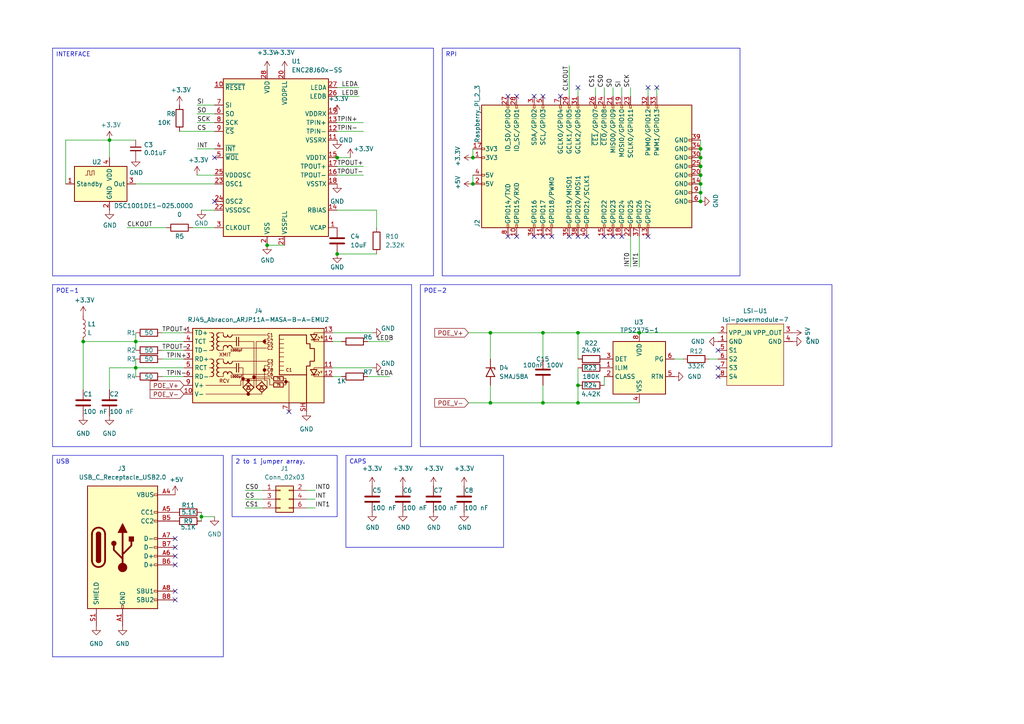
<source format=kicad_sch>
(kicad_sch (version 20231120) (generator "eeschema") (generator_version "8.0")
  (paper "A4")
  (title_block (title "ethernet4pizero-poe-1.0") (company "Lightside Instruments AS"))
  (lib_symbols
    (symbol "Connector:RJ45_Abracon_ARJP11A-MASA-B-A-EMU2"
      (property "Reference" "J" (at 18.415 12.7 0))
      (property "Value" "RJ45_Abracon_ARJP11A-MASA-B-A-EMU2" (at -4.445 12.7 0))
      (symbol "RJ45_Abracon_ARJP11A-MASA-B-A-EMU2_0_0"
        (text "C1" (at 4.699 9.525 0) (effects (font (size 0.889 0.889))))
        (text "C1" (at 10.16 -0.635 0) (effects (font (size 0.889 0.889))))
        (text "C2" (at 4.699 5.715 0) (effects (font (size 0.889 0.889))))
        (text "C3" (at 4.699 1.905 0) (effects (font (size 0.889 0.889))))
        (text "C4" (at 4.699 8.255 0) (effects (font (size 0.889 0.889))))
        (text "C5" (at 4.699 6.985 0) (effects (font (size 0.889 0.889))))
        (text "C6" (at 4.699 -1.905 0) (effects (font (size 0.889 0.889))))
        (text "C7" (at 4.699 0.635 0) (effects (font (size 0.889 0.889))))
        (text "C8" (at 4.699 -0.635 0) (effects (font (size 0.889 0.889))))
        (text "RCV" (at -10.16 -3.81 0) (effects (font (size 1.016 1.016)) (justify left)))
        (text "XMIT" (at -10.16 3.81 0) (effects (font (size 1.016 1.016)) (justify left)))
      )
      (symbol "RJ45_Abracon_ARJP11A-MASA-B-A-EMU2_1_0"
        (text "1000pF" (at -5.08 -2.54 0) (effects (font (size 0.635 0.635))))
        (text "1000pF" (at -5.08 5.08 0) (effects (font (size 0.635 0.635))))
      )
      (symbol "RJ45_Abracon_ARJP11A-MASA-B-A-EMU2_1_1"
        (text "75" (at 7.112 -4.953 0) (effects (font (size 0.635 0.635))))
        (text "75" (at 7.112 -3.175 0) (effects (font (size 0.635 0.635))))
        (text "G" (at 19.685 8.89 0) (effects (font (size 0.635 0.635))))
        (text "Y" (at 19.558 -1.27 0) (effects (font (size 0.635 0.635))))
        (pin passive line (at -20.32 10.16 0) (length 2.54) (name "TD+") (number "1"))
        (pin power_out line (at -20.32 -7.62 0) (length 2.54) (name "V-") (number "10"))
        (pin passive line (at 22.86 0 180) (length 2.54) (name "") (number "11"))
        (pin passive line (at 22.86 -2.54 180) (length 2.54) (name "") (number "12"))
        (pin passive line (at 22.86 10.16 180) (length 2.54) (name "") (number "13"))
        (pin passive line (at 22.86 7.62 180) (length 2.54) (name "") (number "14"))
        (pin passive line (at -20.32 5.08 0) (length 2.54) (name "TD-") (number "2"))
        (pin passive line (at -20.32 2.54 0) (length 2.54) (name "RD+") (number "3"))
        (pin passive line (at -20.32 7.62 0) (length 2.54) (name "TCT") (number "4"))
        (pin passive line (at -20.32 0 0) (length 2.54) (name "RCT") (number "5"))
        (pin passive line (at -20.32 -2.54 0) (length 2.54) (name "RD-") (number "6"))
        (pin power_in line (at 10.16 -12.7 90) (length 2.54) (name "") (number "7"))
        (pin no_connect line (at 20.32 5.08 0) (length 0) hide (name "NC") (number "8"))
        (pin power_out line (at -20.32 -5.08 0) (length 2.54) (name "V+") (number "9"))
        (pin passive line (at 15.24 -12.7 90) (length 2.54) (name "") (number "SH"))
      )
    )
    (symbol "Connector:Raspberry_Pi_2_3" (pin_names (offset 1.016))
      (property "Reference" "J" (at -17.78 31.75 0))
      (property "Value" "Raspberry_Pi_2_3" (at 10.16 -31.75 0))
      (symbol "Raspberry_Pi_2_3_1_1"
        (pin power_in line (at 2.54 33.02 270) (length 2.54) (name "3V3") (number "1"))
        (pin bidirectional line (at -20.32 20.32 0) (length 2.54) (name "GPIO15/RXD") (number "10"))
        (pin bidirectional line (at -20.32 12.7 0) (length 2.54) (name "GPIO17") (number "11"))
        (pin bidirectional line (at -20.32 10.16 0) (length 2.54) (name "GPIO18/PWM0") (number "12"))
        (pin bidirectional line (at -20.32 -17.78 0) (length 2.54) (name "GPIO27") (number "13"))
        (pin power_in line (at -5.08 -33.02 90) (length 2.54) (name "GND") (number "14"))
        (pin bidirectional line (at -20.32 -5.08 0) (length 2.54) (name "GPIO22") (number "15"))
        (pin bidirectional line (at -20.32 -7.62 0) (length 2.54) (name "GPIO23") (number "16"))
        (pin power_in line (at 5.08 33.02 270) (length 2.54) (name "3V3") (number "17"))
        (pin bidirectional line (at -20.32 -10.16 0) (length 2.54) (name "GPIO24") (number "18"))
        (pin bidirectional line (at 20.32 -10.16 180) (length 2.54) (name "MOSI0/GPIO10") (number "19"))
        (pin power_in line (at -5.08 33.02 270) (length 2.54) (name "5V") (number "2"))
        (pin power_in line (at -2.54 -33.02 90) (length 2.54) (name "GND") (number "20"))
        (pin bidirectional line (at 20.32 -7.62 180) (length 2.54) (name "MISO0/GPIO9") (number "21"))
        (pin bidirectional line (at -20.32 -12.7 0) (length 2.54) (name "GPIO25") (number "22"))
        (pin bidirectional line (at 20.32 -12.7 180) (length 2.54) (name "SCLK0/GPIO11") (number "23"))
        (pin bidirectional line (at 20.32 -5.08 180) (length 2.54) (name "~{CE0}/GPIO8") (number "24"))
        (pin power_in line (at 0 -33.02 90) (length 2.54) (name "GND") (number "25"))
        (pin bidirectional line (at 20.32 -2.54 180) (length 2.54) (name "~{CE1}/GPIO7") (number "26"))
        (pin bidirectional line (at 20.32 22.86 180) (length 2.54) (name "ID_SD/GPIO0") (number "27"))
        (pin bidirectional line (at 20.32 20.32 180) (length 2.54) (name "ID_SC/GPIO1") (number "28"))
        (pin bidirectional line (at 20.32 5.08 180) (length 2.54) (name "GCLK1/GPIO5") (number "29"))
        (pin bidirectional line (at 20.32 15.24 180) (length 2.54) (name "SDA/GPIO2") (number "3"))
        (pin power_in line (at 2.54 -33.02 90) (length 2.54) (name "GND") (number "30"))
        (pin bidirectional line (at 20.32 2.54 180) (length 2.54) (name "GCLK2/GPIO6") (number "31"))
        (pin bidirectional line (at 20.32 -17.78 180) (length 2.54) (name "PWM0/GPIO12") (number "32"))
        (pin bidirectional line (at 20.32 -20.32 180) (length 2.54) (name "PWM1/GPIO13") (number "33"))
        (pin power_in line (at 5.08 -33.02 90) (length 2.54) (name "GND") (number "34"))
        (pin bidirectional line (at -20.32 5.08 0) (length 2.54) (name "GPIO19/MISO1") (number "35"))
        (pin bidirectional line (at -20.32 15.24 0) (length 2.54) (name "GPIO16") (number "36"))
        (pin bidirectional line (at -20.32 -15.24 0) (length 2.54) (name "GPIO26") (number "37"))
        (pin bidirectional line (at -20.32 2.54 0) (length 2.54) (name "GPIO20/MOSI1") (number "38"))
        (pin power_in line (at 7.62 -33.02 90) (length 2.54) (name "GND") (number "39"))
        (pin power_in line (at -2.54 33.02 270) (length 2.54) (name "5V") (number "4"))
        (pin bidirectional line (at -20.32 0 0) (length 2.54) (name "GPIO21/SCLK1") (number "40"))
        (pin bidirectional line (at 20.32 12.7 180) (length 2.54) (name "SCL/GPIO3") (number "5"))
        (pin power_in line (at -10.16 -33.02 90) (length 2.54) (name "GND") (number "6"))
        (pin bidirectional line (at 20.32 7.62 180) (length 2.54) (name "GCLK0/GPIO4") (number "7"))
        (pin bidirectional line (at -20.32 22.86 0) (length 2.54) (name "GPIO14/TXD") (number "8"))
        (pin power_in line (at -7.62 -33.02 90) (length 2.54) (name "GND") (number "9"))
      )
    )
    (symbol "Connector:USB_C_Receptacle_USB2.0" (pin_names (offset 1.016))
      (property "Reference" "J" (at -10.16 19.05 0))
      (property "Value" "USB_C_Receptacle_USB2.0" (at 19.05 19.05 0))
      (symbol "USB_C_Receptacle_USB2.0_1_1"
        (pin passive line (at 0 -22.86 90) (length 5.08) (name "GND") (number "A1"))
        (pin passive line (at 0 -22.86 90) (length 5.08) hide (name "GND") (number "A12"))
        (pin passive line (at 15.24 15.24 180) (length 5.08) (name "VBUS") (number "A4"))
        (pin bidirectional line (at 15.24 10.16 180) (length 5.08) (name "CC1") (number "A5"))
        (pin bidirectional line (at 15.24 -2.54 180) (length 5.08) (name "D+") (number "A6"))
        (pin bidirectional line (at 15.24 2.54 180) (length 5.08) (name "D-") (number "A7"))
        (pin bidirectional line (at 15.24 -12.7 180) (length 5.08) (name "SBU1") (number "A8"))
        (pin passive line (at 15.24 15.24 180) (length 5.08) hide (name "VBUS") (number "A9"))
        (pin passive line (at 0 -22.86 90) (length 5.08) hide (name "GND") (number "B1"))
        (pin passive line (at 0 -22.86 90) (length 5.08) hide (name "GND") (number "B12"))
        (pin passive line (at 15.24 15.24 180) (length 5.08) hide (name "VBUS") (number "B4"))
        (pin bidirectional line (at 15.24 7.62 180) (length 5.08) (name "CC2") (number "B5"))
        (pin bidirectional line (at 15.24 -5.08 180) (length 5.08) (name "D+") (number "B6"))
        (pin bidirectional line (at 15.24 0 180) (length 5.08) (name "D-") (number "B7"))
        (pin bidirectional line (at 15.24 -15.24 180) (length 5.08) (name "SBU2") (number "B8"))
        (pin passive line (at 15.24 15.24 180) (length 5.08) hide (name "VBUS") (number "B9"))
        (pin passive line (at -7.62 -22.86 90) (length 5.08) (name "SHIELD") (number "S1"))
      )
    )
    (symbol "Connector_Generic:Conn_02x03_Odd_Even" (pin_names (offset 1.016) hide)
      (property "Reference" "J" (at 1.27 5.08 0))
      (property "Value" "Conn_02x03_Odd_Even" (at 1.27 -5.08 0))
      (symbol "Conn_02x03_Odd_Even_1_1"
        (pin passive line (at -5.08 2.54 0) (length 3.81) (name "Pin_1") (number "1"))
        (pin passive line (at 7.62 2.54 180) (length 3.81) (name "Pin_2") (number "2"))
        (pin passive line (at -5.08 0 0) (length 3.81) (name "Pin_3") (number "3"))
        (pin passive line (at 7.62 0 180) (length 3.81) (name "Pin_4") (number "4"))
        (pin passive line (at -5.08 -2.54 0) (length 3.81) (name "Pin_5") (number "5"))
        (pin passive line (at 7.62 -2.54 180) (length 3.81) (name "Pin_6") (number "6"))
      )
    )
    (symbol "Device:C" (pin_numbers hide) (pin_names (offset 0.254))
      (property "Reference" "C" (at 0.635 2.54 0))
      (property "Value" "C" (at 0.635 -2.54 0))
      (symbol "C_1_1"
        (pin passive line (at 0 3.81 270) (length 2.794) (name "~") (number "1"))
        (pin passive line (at 0 -3.81 90) (length 2.794) (name "~") (number "2"))
      )
    )
    (symbol "Device:C_Small" (pin_numbers hide) (pin_names (offset 0.254) hide)
      (property "Reference" "C" (at 0.254 1.778 0))
      (property "Value" "C_Small" (at 0.254 -2.032 0))
      (symbol "C_Small_1_1"
        (pin passive line (at 0 2.54 270) (length 2.032) (name "~") (number "1"))
        (pin passive line (at 0 -2.54 90) (length 2.032) (name "~") (number "2"))
      )
    )
    (symbol "Device:L" (pin_numbers hide) (pin_names (offset 1.016) hide)
      (property "Reference" "L" (at -1.27 0 90))
      (property "Value" "L" (at 1.905 0 90))
      (symbol "L_1_1"
        (pin passive line (at 0 3.81 270) (length 1.27) (name "1") (number "1"))
        (pin passive line (at 0 -3.81 90) (length 1.27) (name "2") (number "2"))
      )
    )
    (symbol "Device:R" (pin_numbers hide) (pin_names (offset 0))
      (property "Reference" "R" (at 2.032 0 90))
      (property "Value" "R" (at 0 0 90))
      (symbol "R_1_1"
        (pin passive line (at 0 3.81 270) (length 1.27) (name "~") (number "1"))
        (pin passive line (at 0 -3.81 90) (length 1.27) (name "~") (number "2"))
      )
    )
    (symbol "Diode:SMAJ58A" (pin_numbers hide) (pin_names (offset 1.016) hide)
      (property "Reference" "D" (at 0 2.54 0))
      (property "Value" "SMAJ58A" (at 0 -2.54 0))
      (symbol "SMAJ58A_1_1"
        (pin passive line (at -3.81 0 0) (length 2.54) (name "A1") (number "1"))
        (pin passive line (at 3.81 0 180) (length 2.54) (name "A2") (number "2"))
      )
    )
    (symbol "GND_1" (power) (pin_numbers hide) (pin_names (offset 0) hide)
      (property "Value" "GND" (at 0 -3.81 0))
      (symbol "GND_1_1_1"
        (pin power_in line (at 0 0 270) (length 0) (name "~") (number "1"))
      )
    )
    (symbol "Interface_Ethernet:ENC28J60x-SS"
      (property "Reference" "U" (at -13.97 24.13 0))
      (property "Value" "ENC28J60x-SS" (at 5.08 24.13 0))
      (symbol "ENC28J60x-SS_1_1"
        (pin input line (at 17.78 -20.32 180) (length 2.54) (name "VCAP") (number "1"))
        (pin input line (at -17.78 20.32 0) (length 2.54) (name "~{RESET}") (number "10"))
        (pin power_in line (at 17.78 5.08 180) (length 2.54) (name "VSSRX") (number "11"))
        (pin input line (at 17.78 7.62 180) (length 2.54) (name "TPIN-") (number "12"))
        (pin input line (at 17.78 10.16 180) (length 2.54) (name "TPIN+") (number "13"))
        (pin input line (at 17.78 -15.24 180) (length 2.54) (name "RBIAS") (number "14"))
        (pin power_in line (at 17.78 0 180) (length 2.54) (name "VDDTX") (number "15"))
        (pin output line (at 17.78 -5.08 180) (length 2.54) (name "TPOUT-") (number "16"))
        (pin output line (at 17.78 -2.54 180) (length 2.54) (name "TPOUT+") (number "17"))
        (pin power_in line (at 17.78 -7.62 180) (length 2.54) (name "VSSTX") (number "18"))
        (pin power_in line (at 17.78 12.7 180) (length 2.54) (name "VDDRX") (number "19"))
        (pin power_in line (at -2.54 -25.4 90) (length 2.54) (name "VSS") (number "2"))
        (pin power_in line (at 2.54 25.4 270) (length 2.54) (name "VDDPLL") (number "20"))
        (pin power_in line (at 2.54 -25.4 90) (length 2.54) (name "VSSPLL") (number "21"))
        (pin power_in line (at -17.78 -15.24 0) (length 2.54) (name "VSSOSC") (number "22"))
        (pin input line (at -17.78 -7.62 0) (length 2.54) (name "OSC1") (number "23"))
        (pin input line (at -17.78 -12.7 0) (length 2.54) (name "OSC2") (number "24"))
        (pin power_in line (at -17.78 -5.08 0) (length 2.54) (name "VDDOSC") (number "25"))
        (pin output line (at 17.78 17.78 180) (length 2.54) (name "LEDB") (number "26"))
        (pin output line (at 17.78 20.32 180) (length 2.54) (name "LEDA") (number "27"))
        (pin power_in line (at -2.54 25.4 270) (length 2.54) (name "VDD") (number "28"))
        (pin output line (at -17.78 -20.32 0) (length 2.54) (name "CLKOUT") (number "3"))
        (pin output line (at -17.78 2.54 0) (length 2.54) (name "~{INT}") (number "4"))
        (pin output line (at -17.78 0 0) (length 2.54) (name "~{WOL}") (number "5"))
        (pin output line (at -17.78 12.7 0) (length 2.54) (name "SO") (number "6"))
        (pin input line (at -17.78 15.24 0) (length 2.54) (name "SI") (number "7"))
        (pin input line (at -17.78 10.16 0) (length 2.54) (name "SCK") (number "8"))
        (pin input line (at -17.78 7.62 0) (length 2.54) (name "~{CS}") (number "9"))
      )
    )
    (symbol "Oscillator:ASDMB-xxxMHz"
      (property "Reference" "U" (at -6.35 6.35 0))
      (property "Value" "ASDMB-xxxMHz" (at 11.43 6.35 0))
      (symbol "ASDMB-xxxMHz_1_1"
        (pin input line (at -10.16 0 0) (length 2.54) (name "Standby") (number "1"))
        (pin power_in line (at 2.54 -7.62 90) (length 2.54) (name "GND") (number "2"))
        (pin output line (at 10.16 0 180) (length 2.54) (name "Out") (number "3"))
        (pin power_in line (at 2.54 7.62 270) (length 2.54) (name "VDD") (number "4"))
      )
    )
    (symbol "Regulator_Controller:TPS2375-1"
      (property "Reference" "U" (at 2.54 -8.89 0))
      (property "Value" "TPS2375-1" (at 7.62 -11.43 0))
      (symbol "TPS2375-1_1_1"
        (pin passive line (at -10.16 0 0) (length 2.54) (name "ILIM") (number "1"))
        (pin passive line (at -10.16 -2.54 0) (length 2.54) (name "CLASS") (number "2"))
        (pin passive line (at -10.16 2.54 0) (length 2.54) (name "DET") (number "3"))
        (pin power_in line (at 0 -10.16 90) (length 2.54) (name "VSS") (number "4"))
        (pin power_out line (at 10.16 -2.54 180) (length 2.54) (name "RTN") (number "5"))
        (pin open_collector line (at 10.16 2.54 180) (length 2.54) (name "PG") (number "6"))
        (pin no_connect line (at 7.62 0 180) (length 2.54) hide (name "NC") (number "7"))
        (pin power_in line (at 0 10.16 270) (length 2.54) (name "VDD") (number "8"))
      )
    )
    (symbol "lsi:lsi-powermodule-7"
      (property "Reference" "LSI-U" (at 0 2.032 0))
      (property "Value" "lsi-powermodule-7" (at 0 0 0))
      (symbol "lsi-powermodule-7_1_1"
        (pin input line (at -10.16 -6.35 0) (length 2.54) (name "GND") (number "1"))
        (pin input line (at -10.16 -3.81 0) (length 2.54) (name "VPP_IN") (number "2"))
        (pin output line (at 11.43 -3.81 180) (length 2.54) (name "VPP_OUT") (number "3"))
        (pin output line (at 11.43 -6.35 180) (length 2.54) (name "GND") (number "4"))
        (pin input line (at -10.16 -8.89 0) (length 2.54) (name "S1") (number "5"))
        (pin input line (at -10.16 -11.43 0) (length 2.54) (name "S2") (number "6"))
        (pin input line (at -10.16 -13.97 0) (length 2.54) (name "S3") (number "7"))
        (pin input line (at -10.16 -16.51 0) (length 2.54) (name "S4") (number "8"))
      )
    )
    (symbol "power:+3.3V" (power) (pin_names (offset 0))
      (property "Value" "+3.3V" (at 0 3.556 0))
      (symbol "+3.3V_1_1"
        (pin power_in line (at 0 0 90) (length 0) hide (name "+3.3V") (number "1"))
      )
    )
    (symbol "power:+5V" (power) (pin_names (offset 0))
      (property "Value" "+5V" (at 0 3.556 0))
      (symbol "+5V_1_1"
        (pin power_in line (at 0 0 90) (length 0) hide (name "+5V") (number "1"))
      )
    )
    (symbol "power:GND" (power) (pin_names (offset 0))
      (property "Value" "GND" (at 0 -3.81 0))
      (symbol "GND_1_1"
        (pin power_in line (at 0 0 270) (length 0) hide (name "GND") (number "1"))
      )
    )
  )
  (junction (at 39.37 99.06))
  (junction (at 203.2 55.88))
  (junction (at 24.13 99.06))
  (junction (at 137.16 53.34))
  (junction (at 203.2 58.42))
  (junction (at 185.42 96.52))
  (junction (at 97.79 45.72))
  (junction (at 167.64 96.52))
  (junction (at 203.2 50.8))
  (junction (at 203.2 45.72))
  (junction (at 203.2 48.26))
  (junction (at 167.64 116.84))
  (junction (at 97.79 73.66))
  (junction (at 167.64 111.76))
  (junction (at 142.24 116.84))
  (junction (at 203.2 53.34))
  (junction (at 77.47 71.12))
  (junction (at 137.16 45.72))
  (junction (at 157.48 96.52))
  (junction (at 39.37 106.68))
  (junction (at 58.42 149.86))
  (junction (at 31.75 40.64))
  (junction (at 203.2 43.18))
  (junction (at 157.48 116.84))
  (junction (at 142.24 96.52))
  (no_connect (at 157.48 68.58))
  (no_connect (at 175.26 68.58))
  (no_connect (at 83.82 119.38))
  (no_connect (at 149.86 68.58))
  (no_connect (at 165.1 68.58))
  (no_connect (at 147.32 68.58))
  (no_connect (at 167.64 25.4))
  (no_connect (at 50.8 173.99))
  (no_connect (at 208.28 101.6))
  (no_connect (at 160.02 68.58))
  (no_connect (at 208.28 109.22))
  (no_connect (at 50.8 163.83))
  (no_connect (at 187.96 25.4))
  (no_connect (at 187.96 68.58))
  (no_connect (at 50.8 171.45))
  (no_connect (at 177.8 68.58))
  (no_connect (at 162.56 27.94))
  (no_connect (at 147.32 27.94))
  (no_connect (at 190.5 25.4))
  (no_connect (at 167.64 68.58))
  (no_connect (at 149.86 27.94))
  (no_connect (at 170.18 68.58))
  (no_connect (at 208.28 106.68))
  (no_connect (at 62.23 45.72))
  (no_connect (at 180.34 68.58))
  (no_connect (at 157.48 27.94))
  (no_connect (at 62.23 58.42))
  (no_connect (at 50.8 161.29))
  (no_connect (at 154.94 68.58))
  (no_connect (at 50.8 158.75))
  (no_connect (at 154.94 27.94))
  (no_connect (at 50.8 156.21))
  (wire (pts (xy 58.42 149.86) (xy 62.23 149.86)))
  (wire (pts (xy 137.16 43.18) (xy 137.16 45.72)))
  (wire (pts (xy 96.52 109.22) (xy 99.06 109.22)))
  (wire (pts (xy 31.75 40.64) (xy 39.37 40.64)))
  (wire (pts (xy 71.12 144.78) (xy 76.2 144.78)))
  (wire (pts (xy 39.37 53.34) (xy 62.23 53.34)))
  (wire (pts (xy 203.2 50.8) (xy 203.2 53.34)))
  (wire (pts (xy 39.37 99.06) (xy 53.34 99.06)))
  (wire (pts (xy 71.12 147.32) (xy 76.2 147.32)))
  (wire (pts (xy 203.2 53.34) (xy 203.2 55.88)))
  (wire (pts (xy 142.24 96.52) (xy 157.48 96.52)))
  (wire (pts (xy 205.74 104.14) (xy 208.28 104.14)))
  (wire (pts (xy 36.83 66.04) (xy 48.26 66.04)))
  (wire (pts (xy 96.52 106.68) (xy 107.95 106.68)))
  (wire (pts (xy 39.37 96.52) (xy 39.37 99.06)))
  (wire (pts (xy 97.79 35.56) (xy 105.41 35.56)))
  (wire (pts (xy 58.42 60.96) (xy 62.23 60.96)))
  (wire (pts (xy 157.48 116.84) (xy 167.64 116.84)))
  (wire (pts (xy 97.79 60.96) (xy 109.22 60.96)))
  (wire (pts (xy 185.42 77.47) (xy 185.42 68.58)))
  (wire (pts (xy 39.37 106.68) (xy 53.34 106.68)))
  (wire (pts (xy 57.15 33.02) (xy 62.23 33.02)))
  (wire (pts (xy 185.42 96.52) (xy 208.28 96.52)))
  (wire (pts (xy 88.9 147.32) (xy 91.44 147.32)))
  (wire (pts (xy 157.48 96.52) (xy 167.64 96.52)))
  (wire (pts (xy 57.15 43.18) (xy 62.23 43.18)))
  (wire (pts (xy 88.9 142.24) (xy 91.44 142.24)))
  (wire (pts (xy 46.99 101.6) (xy 53.34 101.6)))
  (wire (pts (xy 57.15 30.48) (xy 62.23 30.48)))
  (wire (pts (xy 203.2 48.26) (xy 203.2 50.8)))
  (wire (pts (xy 46.99 104.14) (xy 53.34 104.14)))
  (wire (pts (xy 31.75 40.64) (xy 19.05 40.64)))
  (wire (pts (xy 58.42 149.86) (xy 58.42 151.13)))
  (wire (pts (xy 203.2 45.72) (xy 203.2 48.26)))
  (wire (pts (xy 109.22 60.96) (xy 109.22 66.04)))
  (wire (pts (xy 97.79 73.66) (xy 109.22 73.66)))
  (wire (pts (xy 31.75 45.72) (xy 31.75 40.64)))
  (wire (pts (xy 165.1 19.05) (xy 165.1 27.94)))
  (wire (pts (xy 106.68 109.22) (xy 113.03 109.22)))
  (wire (pts (xy 97.79 50.8) (xy 105.41 50.8)))
  (wire (pts (xy 182.88 25.4) (xy 182.88 27.94)))
  (wire (pts (xy 142.24 116.84) (xy 157.48 116.84)))
  (wire (pts (xy 182.88 77.47) (xy 182.88 68.58)))
  (wire (pts (xy 157.48 116.84) (xy 157.48 111.76)))
  (wire (pts (xy 167.64 25.4) (xy 167.64 27.94)))
  (wire (pts (xy 172.72 27.94) (xy 172.72 25.4)))
  (wire (pts (xy 203.2 55.88) (xy 203.2 58.42)))
  (wire (pts (xy 96.52 96.52) (xy 107.95 96.52)))
  (wire (pts (xy 97.79 25.4) (xy 104.14 25.4)))
  (wire (pts (xy 97.79 48.26) (xy 105.41 48.26)))
  (wire (pts (xy 58.42 148.59) (xy 58.42 149.86)))
  (wire (pts (xy 167.64 106.68) (xy 167.64 111.76)))
  (wire (pts (xy 97.79 45.72) (xy 101.6 45.72)))
  (wire (pts (xy 167.64 96.52) (xy 185.42 96.52)))
  (wire (pts (xy 31.75 106.68) (xy 31.75 113.03)))
  (wire (pts (xy 142.24 96.52) (xy 142.24 104.14)))
  (wire (pts (xy 167.64 116.84) (xy 167.64 111.76)))
  (wire (pts (xy 96.52 99.06) (xy 99.06 99.06)))
  (wire (pts (xy 203.2 40.64) (xy 203.2 43.18)))
  (wire (pts (xy 190.5 25.4) (xy 190.5 27.94)))
  (wire (pts (xy 97.79 27.94) (xy 104.14 27.94)))
  (wire (pts (xy 97.79 38.1) (xy 105.41 38.1)))
  (wire (pts (xy 55.88 66.04) (xy 62.23 66.04)))
  (wire (pts (xy 180.34 25.4) (xy 180.34 27.94)))
  (wire (pts (xy 187.96 25.4) (xy 187.96 27.94)))
  (wire (pts (xy 175.26 27.94) (xy 175.26 25.4)))
  (wire (pts (xy 52.07 38.1) (xy 62.23 38.1)))
  (wire (pts (xy 137.16 50.8) (xy 137.16 53.34)))
  (wire (pts (xy 46.99 96.52) (xy 53.34 96.52)))
  (wire (pts (xy 39.37 106.68) (xy 39.37 109.22)))
  (wire (pts (xy 39.37 104.14) (xy 39.37 106.68)))
  (wire (pts (xy 77.47 71.12) (xy 82.55 71.12)))
  (wire (pts (xy 39.37 99.06) (xy 39.37 101.6)))
  (wire (pts (xy 106.68 99.06) (xy 113.03 99.06)))
  (wire (pts (xy 142.24 96.52) (xy 135.89 96.52)))
  (wire (pts (xy 203.2 43.18) (xy 203.2 45.72)))
  (wire (pts (xy 175.26 109.22) (xy 175.26 111.76)))
  (wire (pts (xy 195.58 104.14) (xy 198.12 104.14)))
  (wire (pts (xy 135.89 116.84) (xy 142.24 116.84)))
  (wire (pts (xy 177.8 25.4) (xy 177.8 27.94)))
  (wire (pts (xy 71.12 142.24) (xy 76.2 142.24)))
  (wire (pts (xy 167.64 116.84) (xy 185.42 116.84)))
  (wire (pts (xy 57.15 50.8) (xy 62.23 50.8)))
  (wire (pts (xy 24.13 99.06) (xy 39.37 99.06)))
  (wire (pts (xy 96.52 45.72) (xy 97.79 45.72)))
  (wire (pts (xy 57.15 35.56) (xy 62.23 35.56)))
  (wire (pts (xy 31.75 106.68) (xy 39.37 106.68)))
  (wire (pts (xy 19.05 40.64) (xy 19.05 53.34)))
  (wire (pts (xy 24.13 99.06) (xy 24.13 113.03)))
  (wire (pts (xy 157.48 96.52) (xy 157.48 104.14)))
  (wire (pts (xy 88.9 144.78) (xy 91.44 144.78)))
  (wire (pts (xy 167.64 96.52) (xy 167.64 104.14)))
  (wire (pts (xy 46.99 109.22) (xy 53.34 109.22)))
  (wire (pts (xy 142.24 111.76) (xy 142.24 116.84)))
  (text_box "INTERFACE" (at 15.24 13.97 0) (size 110.49 66.04) (effects (font (size 1.27 1.27)) (justify left top)))
  (text_box "RPI" (at 128.27 13.97 0) (size 86.36 66.04) (effects (font (size 1.27 1.27)) (justify left top)))
  (text_box "POE-2" (at 121.92 82.55 0) (size 119.38 46.99) (effects (font (size 1.27 1.27)) (justify left top)))
  (text_box "CAPS" (at 100.33 132.08 0) (size 45.72 26.67) (effects (font (size 1.27 1.27)) (justify left top)))
  (text_box "POE-1" (at 15.24 82.55 0) (size 104.14 46.99) (effects (font (size 1.27 1.27)) (justify left top)))
  (text_box "USB" (at 15.24 132.08 0) (size 49.53 58.42) (effects (font (size 1.27 1.27)) (justify left top)))
  (text_box "2 to 1 jumper array." (at 67.31 132.08 0) (size 30.48 17.78) (effects (font (size 1.27 1.27)) (justify left top)))
  (label "TPOUT-" (at 46.99 101.6 0))
  (label "LEDA" (at 99.06 25.4 0))
  (label "TPOUT+" (at 97.79 48.26 0))
  (label "CS0" (at 175.26 25.4 90))
  (label "SI" (at 57.15 30.48 0))
  (label "LEDA" (at 109.22 109.22 0))
  (label "INT1" (at 185.42 77.47 90))
  (label "LEDB" (at 99.06 27.94 0))
  (label "LEDB" (at 109.22 99.06 0))
  (label "TPIN+" (at 48.26 104.14 0))
  (label "SO" (at 177.8 25.4 90))
  (label "TPIN-" (at 97.79 38.1 0))
  (label "CS0" (at 71.12 142.24 0))
  (label "INT0" (at 91.44 142.24 0))
  (label "SCK" (at 57.15 35.56 0))
  (label "TPOUT-" (at 97.79 50.8 0))
  (label "CLKOUT" (at 36.83 66.04 0))
  (label "SCK" (at 182.88 25.4 90))
  (label "INT" (at 91.44 144.78 0))
  (label "TPIN-" (at 48.26 109.22 0))
  (label "INT0" (at 182.88 77.47 90))
  (label "CS" (at 57.15 38.1 0))
  (label "CS" (at 71.12 144.78 0))
  (label "INT1" (at 91.44 147.32 0))
  (label "SI" (at 180.34 25.4 90))
  (label "SO" (at 57.15 33.02 0))
  (label "TPOUT+" (at 46.99 96.52 0))
  (label "TPIN+" (at 97.79 35.56 0))
  (label "INT" (at 57.15 43.18 0))
  (label "CS1" (at 71.12 147.32 0))
  (label "CLKOUT" (at 165.1 19.05 270))
  (label "CS1" (at 172.72 25.4 90))
  (global_label "POE_V-" (shape input) (at 135.89 116.84 180) (property "Intersheetrefs" "${INTERSHEET_REFS}" (effects (hide yes))))
  (global_label "POE_V+" (shape input) (at 135.89 96.52 180) (property "Intersheetrefs" "${INTERSHEET_REFS}" (effects (hide yes))))
  (global_label "POE_V+" (shape input) (at 53.34 111.76 180) (property "Intersheetrefs" "${INTERSHEET_REFS}" (effects (hide yes))))
  (global_label "POE_V-" (shape input) (at 53.34 114.3 180) (property "Intersheetrefs" "${INTERSHEET_REFS}" (effects (hide yes))))
  (symbol (lib_id "power:+3.3V") (at 137.16 45.72 90) (unit 1)
    (property "Reference" "#PWR0133" (effects (hide yes)))
    (property "Value" "+3.3V" (at 132.7658 45.339 0))
  )
  (symbol (lib_id "Connector:Raspberry_Pi_2_3") (at 170.18 48.26 90) (unit 1)
    (property "Reference" "J2" (at 138.43 64.77 0))
    (property "Value" "Raspberry_Pi_2_3" (at 138.43 33.02 0))
    (property "Footprint" "ice4pi:PinSocket_2x20_P2.54mm_Vertical_1_04mm" (effects (hide yes)))
    (property "Datasheet" "https://www.raspberrypi.org/documentation/hardware/raspberrypi/schematics/rpi_SCH_3bplus_1p0_reduced.pdf" (effects (hide yes)))
    (property "PN" "SSW-120-01-T-D-006" (effects (hide yes)))
  )
  (symbol (lib_id "power:+5V") (at 137.16 53.34 90) (unit 1)
    (property "Reference" "#PWR0137" (effects (hide yes)))
    (property "Value" "+5V" (at 132.7658 52.959 0))
  )
  (symbol (lib_id "power:GND") (at 203.2 58.42 90) (unit 1)
    (property "Reference" "#PWR0142" (effects (hide yes)))
    (property "Value" "GND" (at 207.5942 58.293 0))
  )
  (symbol (lib_id "Device:C") (at 116.84 144.78 0) (unit 1)
    (property "Reference" "C6" (at 116.84 142.24 0) (effects (justify left)))
    (property "Value" "100 nF" (at 116.84 147.32 0) (effects (justify left)))
    (property "Footprint" "Capacitor_SMD:C_0402_1005Metric" (effects (hide yes)))
  )
  (symbol (lib_id "Device:C") (at 125.73 144.78 0) (unit 1)
    (property "Reference" "C7" (at 125.73 142.24 0) (effects (justify left)))
    (property "Value" "100 nF" (at 125.73 147.32 0) (effects (justify left)))
    (property "Footprint" "Capacitor_SMD:C_0402_1005Metric" (effects (hide yes)))
  )
  (symbol (lib_id "power:GND") (at 125.73 148.59 0) (unit 1)
    (property "Reference" "#PWR0156" (effects (hide yes)))
    (property "Value" "GND" (at 125.857 152.9842 0))
  )
  (symbol (lib_id "power:GND") (at 116.84 148.59 0) (unit 1)
    (property "Reference" "#PWR0157" (effects (hide yes)))
    (property "Value" "GND" (at 116.967 152.9842 0))
  )
  (symbol (lib_id "Device:C") (at 107.95 144.78 0) (unit 1)
    (property "Reference" "C5" (at 107.95 142.24 0) (effects (justify left)))
    (property "Value" "100 nF" (at 107.95 147.32 0) (effects (justify left)))
    (property "Footprint" "Capacitor_SMD:C_0402_1005Metric" (effects (hide yes)))
  )
  (symbol (lib_id "power:GND") (at 107.95 148.59 0) (unit 1)
    (property "Reference" "#PWR0161" (effects (hide yes)))
    (property "Value" "GND" (at 108.077 152.9842 0))
  )
  (symbol (lib_id "Device:C") (at 157.48 107.95 0) (unit 1)
    (property "Reference" "C15" (at 155.448 104.14 0) (effects (justify left)))
    (property "Value" "100nF 100V" (at 151.638 105.918 0) (effects (justify left)))
    (property "Footprint" "Capacitor_SMD:C_0402_1005Metric" (effects (hide yes)))
    (property "Description" "Unpolarized capacitor" (effects (hide yes)))
  )
  (symbol (lib_id "Device:R") (at 102.87 109.22 270) (unit 1)
    (property "Reference" "R7" (at 106.68 107.95 90))
    (property "Value" "1K" (at 99.06 110.49 90))
    (property "Footprint" "Resistor_SMD:R_0402_1005Metric" (effects (hide yes)))
  )
  (symbol (lib_id "Device:R") (at 102.87 99.06 270) (unit 1)
    (property "Reference" "R6" (at 106.68 97.79 90))
    (property "Value" "1K" (effects (hide yes)))
    (property "Footprint" "Resistor_SMD:R_0402_1005Metric" (effects (hide yes)))
  )
  (symbol (lib_id "Device:R") (at 54.61 148.59 90) (unit 1)
    (property "Reference" "R11" (at 54.61 146.558 90))
    (property "Value" "5.1K" (at 54.864 148.59 90))
    (property "Footprint" "Resistor_SMD:R_0402_1005Metric" (effects (hide yes)))
  )
  (symbol (lib_id "power:+3.3V") (at 24.13 91.44 0) (unit 1)
    (property "Reference" "#PWR02" (effects (hide yes)))
    (property "Value" "+3.3V" (at 24.511 87.0458 0))
  )
  (symbol (lib_id "power:GND") (at 229.87 99.06 90) (unit 1)
    (property "Reference" "#PWR08" (effects (hide yes)))
    (property "Value" "GND" (at 233.68 99.0599 90) (effects (justify right)))
  )
  (symbol (lib_id "Device:R") (at 54.61 151.13 90) (unit 1)
    (property "Reference" "R9" (at 54.61 151.13 90))
    (property "Value" "5.1K" (at 54.61 152.908 90))
    (property "Footprint" "Resistor_SMD:R_0402_1005Metric" (effects (hide yes)))
  )
  (symbol (lib_id "Device:C") (at 24.13 116.84 0) (unit 1)
    (property "Reference" "C1" (at 24.13 114.3 0) (effects (justify left)))
    (property "Value" "100 nF" (at 24.13 119.38 0) (effects (justify left)))
    (property "Footprint" "Capacitor_SMD:C_0402_1005Metric" (effects (hide yes)))
  )
  (symbol (lib_id "Device:R") (at 52.07 34.29 0) (unit 1)
    (property "Reference" "R8" (at 48.26 33.02 0) (effects (justify left)))
    (property "Value" "10K" (at 45.72 35.56 0) (effects (justify left)))
    (property "Footprint" "Capacitor_SMD:C_0402_1005Metric" (effects (hide yes)))
  )
  (symbol (lib_id "power:+3.3V") (at 82.55 20.32 0) (unit 1)
    (property "Reference" "#PWR0132" (effects (hide yes)))
    (property "Value" "+3.3V" (at 82.55 15.24 0))
  )
  (symbol (lib_id "power:GND") (at 35.56 181.61 0) (unit 1)
    (property "Reference" "#PWR0102" (effects (hide yes)))
    (property "Value" "GND" (at 35.56 186.69 0))
  )
  (symbol (lib_id "power:GND") (at 24.13 120.65 0) (unit 1)
    (property "Reference" "#PWR03" (effects (hide yes)))
    (property "Value" "GND" (at 24.13 125.73 0))
  )
  (symbol (lib_id "power:+3.3V") (at 107.95 140.97 0) (unit 1)
    (property "Reference" "#PWR0103" (effects (hide yes)))
    (property "Value" "+3.3V" (at 107.95 135.89 0))
  )
  (symbol (lib_id "Connector_Generic:Conn_02x03_Odd_Even") (at 81.28 144.78 0) (unit 1)
    (property "Reference" "J1" (at 82.55 135.89 0))
    (property "Value" "Conn_02x03" (at 82.55 138.43 0))
    (property "Footprint" "Connector_PinHeader_2.54mm:PinHeader_2x03_P2.54mm_Vertical" (effects (hide yes)))
  )
  (symbol (lib_id "power:+5V") (at 229.87 96.52 270) (unit 1)
    (property "Reference" "#PWR07" (effects (hide yes)))
    (property "Value" "+5V" (at 234.2642 96.901 0))
  )
  (symbol (lib_id "Interface_Ethernet:ENC28J60x-SS") (at 80.01 45.72 0) (unit 1)
    (property "Reference" "U1" (at 84.5694 17.78 0) (effects (justify left)))
    (property "Value" "ENC28J60x-SS" (at 84.5694 20.32 0) (effects (justify left)))
    (property "Footprint" "Package_SO:SSOP-28_5.3x10.2mm_P0.65mm" (effects (hide yes)))
    (property "Datasheet" "http://ww1.microchip.com/downloads/en/devicedoc/39662e.pdf" (effects (hide yes)))
    (property "PN" "ENC28J60x-SS" (effects (hide yes)))
  )
  (symbol (lib_id "Device:C_Small") (at 39.37 43.18 0) (unit 1)
    (property "Reference" "C3" (at 41.7068 42.0116 0) (effects (justify left)))
    (property "Value" "0.01uF" (at 41.7068 44.323 0) (effects (justify left)))
    (property "Footprint" "Capacitor_SMD:C_0402_1005Metric" (effects (hide yes)))
    (property "PN" "885012205012" (effects (hide yes)))
  )
  (symbol (lib_id "Device:C") (at 31.75 116.84 0) (unit 1)
    (property "Reference" "C2" (at 31.75 114.3 0) (effects (justify left)))
    (property "Value" "100 nF" (at 31.75 119.38 0) (effects (justify left)))
    (property "Footprint" "Capacitor_SMD:C_0402_1005Metric" (effects (hide yes)))
  )
  (symbol (lib_id "power:GND") (at 31.75 120.65 0) (unit 1)
    (property "Reference" "#PWR04" (effects (hide yes)))
    (property "Value" "GND" (at 31.75 125.73 0))
  )
  (symbol (lib_id "power:GND") (at 208.28 99.06 270) (unit 1)
    (property "Reference" "#PWR020" (effects (hide yes)))
    (property "Value" "GND" (at 204.47 99.0599 90) (effects (justify right)))
  )
  (symbol (lib_id "power:+3.3V") (at 31.75 40.64 0) (unit 1)
    (property "Reference" "#PWR0126" (effects (hide yes)))
    (property "Value" "+3.3V" (at 32.131 36.2458 0))
  )
  (symbol (lib_id "power:GND") (at 134.62 148.59 0) (unit 1)
    (property "Reference" "#PWR0130" (effects (hide yes)))
    (property "Value" "GND" (at 134.747 152.9842 0))
  )
  (symbol (lib_id "power:GND") (at 97.79 53.34 0) (unit 1)
    (property "Reference" "#PWR0109" (effects (hide yes)))
    (property "Value" "GND" (at 97.79 58.42 0))
  )
  (symbol (lib_id "power:+3.3V") (at 52.07 30.48 0) (unit 1)
    (property "Reference" "#PWR0124" (effects (hide yes)))
    (property "Value" "+3.3V" (at 52.451 26.0858 0))
  )
  (symbol (lib_id "power:+5V") (at 50.8 143.51 0) (unit 1)
    (property "Reference" "#PWR0105" (effects (hide yes)))
    (property "Value" "+5V" (at 51.181 139.1158 0))
  )
  (symbol (lib_id "Device:L") (at 24.13 95.25 0) (unit 1)
    (property "Reference" "L1" (at 25.4 93.9799 0) (effects (justify left)))
    (property "Value" "L" (at 25.4 96.5199 0) (effects (justify left)))
    (property "Footprint" "Inductor_SMD:L_1210_3225Metric" (effects (hide yes)))
    (property "PN" "MI1210K600R-10" (effects (hide yes)))
  )
  (symbol (lib_id "Device:R") (at 171.45 104.14 270) (unit 1)
    (property "Reference" "R22" (at 171.45 99.568 90))
    (property "Value" "24.9K" (at 171.45 101.6 90))
    (property "Footprint" "Resistor_SMD:R_0402_1005Metric" (effects (hide yes)))
  )
  (symbol (lib_id "Diode:SMAJ58A") (at 142.24 107.95 270) (unit 1)
    (property "Reference" "D4" (at 144.78 106.6799 90) (effects (justify left)))
    (property "Value" "SMAJ58A" (at 144.78 109.2199 90) (effects (justify left)))
    (property "Footprint" "Diode_SMD:D_SMA" (effects (hide yes)))
    (property "Datasheet" "https://www.littelfuse.com/media?resourcetype=datasheets&itemid=75e32973-b177-4ee3-a0ff-cedaf1abdb93&filename=smaj-datasheet" (effects (hide yes)))
    (property "Description" "400W unidirectional Transient Voltage Suppressor, 58.0Vr, SMA(DO-214AC)" (effects (hide yes)))
  )
  (symbol (lib_id "power:GND") (at 107.95 96.52 90) (unit 1)
    (property "Reference" "#PWR06" (effects (hide yes)))
    (property "Value" "GND" (at 110.49 95.25 90) (effects (justify right)))
  )
  (symbol (lib_id "power:GND") (at 77.47 71.12 0) (unit 1)
    (property "Reference" "#PWR0107" (effects (hide yes)))
    (property "Value" "GND" (at 77.597 75.5142 0))
  )
  (symbol (lib_id "Device:C") (at 134.62 144.78 0) (unit 1)
    (property "Reference" "C8" (at 134.62 142.24 0) (effects (justify left)))
    (property "Value" "100 nF" (at 134.62 147.32 0) (effects (justify left)))
    (property "Footprint" "Capacitor_SMD:C_0402_1005Metric" (effects (hide yes)))
  )
  (symbol (lib_id "power:+3.3V") (at 97.79 33.02 0) (unit 1)
    (property "Reference" "#PWR0108" (effects (hide yes)))
    (property "Value" "+3.3V" (at 98.171 28.6258 0))
  )
  (symbol (lib_id "power:GND") (at 39.37 45.72 0) (unit 1)
    (property "Reference" "#PWR0123" (effects (hide yes)))
    (property "Value" "GND" (at 39.497 50.1142 0))
  )
  (symbol (lib_id "power:GND") (at 88.9 119.38 0) (unit 1)
    (property "Reference" "#PWR01" (effects (hide yes)))
    (property "Value" "GND" (at 88.9 124.46 0))
  )
  (symbol (lib_id "Device:R") (at 43.18 109.22 90) (unit 1)
    (property "Reference" "R4" (at 38.1 109.22 90))
    (property "Value" "50" (at 43.18 109.22 90))
    (property "Footprint" "Resistor_SMD:R_0402_1005Metric" (effects (hide yes)))
  )
  (symbol (lib_id "Device:R") (at 109.22 69.85 0) (unit 1)
    (property "Reference" "R10" (at 111.76 68.5799 0) (effects (justify left)))
    (property "Value" "2.32K" (at 111.76 71.1199 0) (effects (justify left)))
    (property "Footprint" "Resistor_SMD:R_0402_1005Metric" (effects (hide yes)))
  )
  (symbol (lib_id "power:GND") (at 107.95 106.68 90) (unit 1)
    (property "Reference" "#PWR010" (effects (hide yes)))
    (property "Value" "GND" (at 110.49 105.41 90) (effects (justify right)))
  )
  (symbol (lib_id "Connector:USB_C_Receptacle_USB2.0") (at 35.56 158.75 0) (unit 1)
    (property "Reference" "J3" (at 35.306 135.89 0))
    (property "Value" "USB_C_Receptacle_USB2.0" (at 35.56 138.43 0))
    (property "Footprint" "Connector_USB:USB_C_Receptacle_GCT_USB4105-xx-A_16P_TopMnt_Horizontal" (effects (hide yes)))
    (property "Datasheet" "https://www.usb.org/sites/default/files/documents/usb_type-c.zip" (effects (hide yes)))
    (property "PN" "USB4105-15-A-120" (effects (hide yes)))
  )
  (symbol (lib_id "Oscillator:ASDMB-xxxMHz") (at 29.21 53.34 0) (unit 1)
    (property "Reference" "U2" (at 26.67 46.99 0) (effects (justify left)))
    (property "Value" "DSC1001DE1-025.0000" (at 33.02 59.69 0) (effects (justify left)))
    (property "Footprint" "Oscillator:Oscillator_SMD_Abracon_ASDMB-4Pin_2.5x2.0mm" (effects (hide yes)))
    (property "Datasheet" "https://abracon.com/Oscillators/ASDMB.pdf" (effects (hide yes)))
    (property "PN" "DSC1001DE1-025.0000" (effects (hide yes)))
  )
  (symbol (lib_id "power:+3.3V") (at 77.47 20.32 0) (unit 1)
    (property "Reference" "#PWR0101" (effects (hide yes)))
    (property "Value" "+3.3V" (at 77.47 15.24 0))
  )
  (symbol (lib_id "power:+3.3V") (at 116.84 140.97 0) (unit 1)
    (property "Reference" "#PWR0113" (effects (hide yes)))
    (property "Value" "+3.3V" (at 116.84 135.89 0))
  )
  (symbol (lib_id "Device:R") (at 171.45 111.76 270) (unit 1)
    (property "Reference" "R24" (at 171.196 111.76 90))
    (property "Value" "4.42K" (at 171.45 114.3 90))
    (property "Footprint" "Resistor_SMD:R_0402_1005Metric" (effects (hide yes)))
  )
  (symbol (lib_id "Connector:RJ45_Abracon_ARJP11A-MASA-B-A-EMU2") (at 73.66 106.68 0) (unit 1)
    (property "Reference" "J4" (at 74.93 90.17 0))
    (property "Value" "RJ45_Abracon_ARJP11A-MASA-B-A-EMU2" (at 74.93 92.71 0))
    (property "Footprint" "Connector_RJ:RJ45_Abracon_ARJP11A-MA_Horizontal" (effects (hide yes)))
    (property "Datasheet" "https://abracon.com/Magnetics/lan/ARJP11A.PDF" (effects (hide yes)))
    (property "Description" "RJ45 PoE 10/100 Base-TX Jack with Magnetic Module" (effects (hide yes)))
  )
  (symbol (lib_id "power:GND") (at 27.94 181.61 0) (unit 1)
    (property "Reference" "#PWR0104" (effects (hide yes)))
    (property "Value" "GND" (at 27.94 186.69 0))
  )
  (symbol (lib_id "lsi:lsi-powermodule-7") (at 218.44 92.71 0) (unit 1)
    (property "Reference" "LSI-U1" (at 219.075 90.17 0))
    (property "Value" "lsi-powermodule-7" (at 219.075 92.71 0))
    (property "Footprint" "lsi:lsi-powermodule-7" (effects (hide yes)))
  )
  (symbol (lib_id "Device:R") (at 43.18 104.14 90) (unit 1)
    (property "Reference" "R3" (at 38.1 104.14 90))
    (property "Value" "50" (at 43.18 104.14 90))
    (property "Footprint" "Resistor_SMD:R_0402_1005Metric" (effects (hide yes)))
  )
  (symbol (lib_id "power:+3.3V") (at 57.15 50.8 0) (unit 1)
    (property "Reference" "#PWR0122" (effects (hide yes)))
    (property "Value" "+3.3V" (at 57.531 46.4058 0))
  )
  (symbol (lib_id "Device:R") (at 171.45 106.68 270) (unit 1)
    (property "Reference" "R23" (at 171.196 106.68 90))
    (property "Value" "180K" (at 171.45 109.22 90))
    (property "Footprint" "Resistor_SMD:R_0402_1005Metric" (effects (hide yes)))
  )
  (symbol (lib_id "Device:C") (at 97.79 69.85 0) (unit 1)
    (property "Reference" "C4" (at 101.6 68.5799 0) (effects (justify left)))
    (property "Value" "10uF" (at 101.6 71.1199 0) (effects (justify left)))
    (property "Footprint" "Capacitor_SMD:C_0402_1005Metric" (effects (hide yes)))
  )
  (symbol (lib_id "power:GND") (at 97.79 73.66 0) (unit 1)
    (property "Reference" "#PWR0117" (effects (hide yes)))
    (property "Value" "GND" (at 97.79 77.47 0))
  )
  (symbol (lib_id "power:GND") (at 58.42 60.96 0) (unit 1)
    (property "Reference" "#PWR0118" (effects (hide yes)))
    (property "Value" "GND" (at 58.42 64.77 0))
  )
  (symbol (lib_id "power:GND") (at 97.79 40.64 0) (unit 1)
    (property "Reference" "#PWR0110" (effects (hide yes)))
    (property "Value" "GND" (at 100.33 40.64 0))
  )
  (symbol (lib_id "power:+3.3V") (at 125.73 140.97 0) (unit 1)
    (property "Reference" "#PWR0131" (effects (hide yes)))
    (property "Value" "+3.3V" (at 125.73 135.89 0))
  )
  (symbol (lib_id "power:+3.3V") (at 101.6 45.72 0) (unit 1)
    (property "Reference" "#PWR0111" (effects (hide yes)))
    (property "Value" "+3.3V" (at 105.41 43.18 0))
  )
  (symbol (lib_id "Regulator_Controller:TPS2375-1") (at 185.42 106.68 0) (unit 1)
    (property "Reference" "U3" (at 183.896 93.472 0) (effects (justify left)))
    (property "Value" "TPS2375-1" (at 179.832 95.758 0) (effects (justify left)))
    (property "Footprint" "Package_SO:TSSOP-8_4.4x3mm_P0.65mm" (effects (hide yes)))
    (property "Datasheet" "https://www.ti.com/lit/gpn/tps2375-1" (effects (hide yes)))
    (property "Description" "IEEE802.3af PoE Controller, Auto-Retry" (effects (hide yes)))
  )
  (symbol (lib_id "Device:R") (at 52.07 66.04 90) (unit 1)
    (property "Reference" "R5" (at 52.07 68.58 90))
    (property "Value" "0" (at 52.07 62.23 90))
    (property "Footprint" "Resistor_SMD:R_0402_1005Metric" (effects (hide yes)))
  )
  (symbol (lib_id "Device:R") (at 201.93 104.14 90) (unit 1)
    (property "Reference" "R12" (at 201.93 101.854 90))
    (property "Value" "332K" (at 201.93 106.172 90))
    (property "Footprint" "Resistor_SMD:R_0402_1005Metric" (effects (hide yes)))
    (property "Description" "Resistor" (effects (hide yes)))
  )
  (symbol (lib_id "Device:R") (at 43.18 101.6 90) (unit 1)
    (property "Reference" "R2" (at 38.1 101.6 90))
    (property "Value" "50" (at 43.18 101.6 90))
    (property "Footprint" "Resistor_SMD:R_0402_1005Metric" (effects (hide yes)))
  )
  (symbol (lib_id "power:GND") (at 31.75 60.96 0) (unit 1)
    (property "Reference" "#PWR0125" (effects (hide yes)))
    (property "Value" "GND" (at 31.877 65.3542 0))
  )
  (symbol (lib_id "power:GND") (at 62.23 149.86 0) (unit 1)
    (property "Reference" "#PWR0112" (effects (hide yes)))
    (property "Value" "GND" (at 62.23 154.94 0))
  )
  (symbol (lib_id "Device:R") (at 43.18 96.52 90) (unit 1)
    (property "Reference" "R1" (at 38.1 96.52 90))
    (property "Value" "50" (at 43.18 96.52 90))
    (property "Footprint" "Resistor_SMD:R_0402_1005Metric" (effects (hide yes)))
  )
  (symbol (lib_name "GND_1") (lib_id "power:GND") (at 195.58 109.22 90) (unit 1)
    (property "Reference" "#PWR019" (effects (hide yes)))
    (property "Value" "GND" (at 199.39 109.2199 90) (effects (justify right)))
    (property "Description" "Power symbol creates a global label with name \"GND\" , ground" (effects (hide yes)))
  )
  (symbol (lib_id "power:+3.3V") (at 134.62 140.97 0) (unit 1)
    (property "Reference" "#PWR0129" (effects (hide yes)))
    (property "Value" "+3.3V" (at 134.62 135.89 0))
  )
)
</source>
